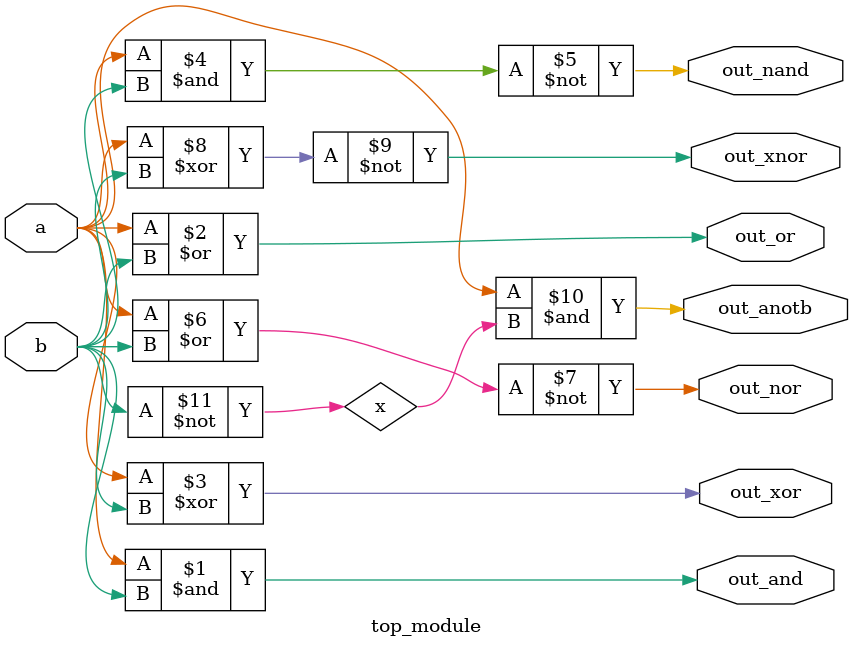
<source format=v>
module top_module( 
    input a, b,
    output out_and,
    output out_or,
    output out_xor,
    output out_nand,
    output out_nor,
    output out_xnor,
    output out_anotb
);
    wire x;
    and(out_and,a,b);
    or(out_or,a,b);
    xor(out_xor,a,b);
    nand(out_nand,a,b);
    nor(out_nor,a,b);
    xnor(out_xnor,a,b);
    not(x,b);
    and(out_anotb,a,x);
endmodule

</source>
